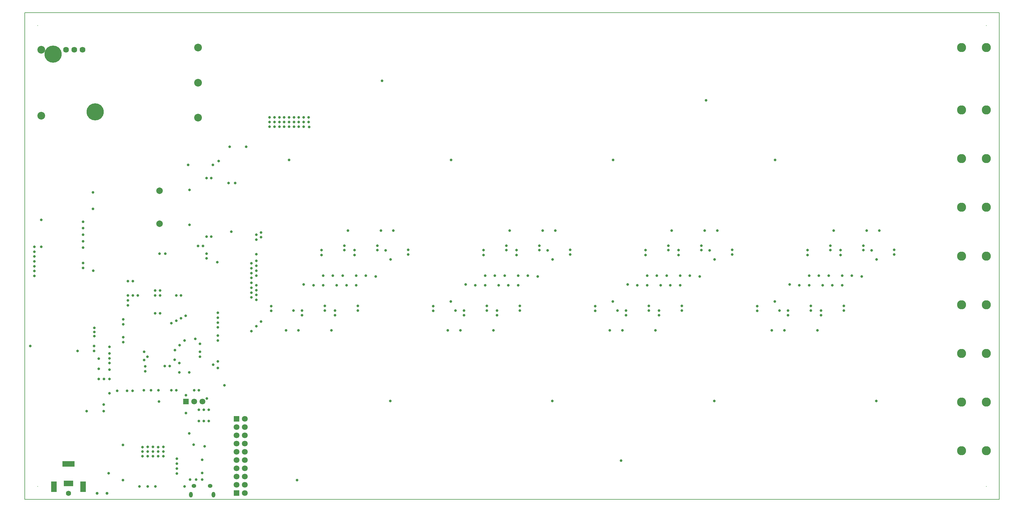
<source format=gbs>
G04*
G04 #@! TF.GenerationSoftware,Altium Limited,Altium Designer,24.3.1 (35)*
G04*
G04 Layer_Color=16711935*
%FSLAX44Y44*%
%MOMM*%
G71*
G04*
G04 #@! TF.SameCoordinates,92BC9782-8992-42D9-9517-A00A7AE7D45C*
G04*
G04*
G04 #@! TF.FilePolarity,Negative*
G04*
G01*
G75*
%ADD11C,0.2000*%
%ADD169C,2.8032*%
%ADD170C,0.2032*%
%ADD171O,1.1032X1.7532*%
%ADD172O,1.4532X1.1532*%
%ADD173R,1.8032X1.8032*%
%ADD174C,1.8032*%
%ADD175R,1.8032X1.8032*%
%ADD176C,2.0032*%
%ADD177C,2.3832*%
%ADD178C,5.2832*%
%ADD179C,1.7832*%
%ADD180C,0.9000*%
%ADD181R,1.7032X3.2032*%
%ADD182C,1.6032*%
%ADD183R,3.7032X1.7032*%
%ADD184R,3.0032X1.7032*%
%ADD185C,0.8032*%
D11*
X0Y0D02*
Y1500000D01*
X3000000D01*
Y0D02*
Y1500000D01*
X0Y0D02*
X3000000D01*
D169*
X2960000Y1200000D02*
D03*
X2884000D02*
D03*
X2960000Y1050000D02*
D03*
X2884000D02*
D03*
X2960000Y900000D02*
D03*
X2884000D02*
D03*
X2960000Y750000D02*
D03*
X2884000D02*
D03*
X2960000Y600000D02*
D03*
X2884000D02*
D03*
X2960000Y450000D02*
D03*
X2884000D02*
D03*
X2960000Y300000D02*
D03*
X2884000D02*
D03*
X2960000Y150000D02*
D03*
X2884000D02*
D03*
X2960000Y1392100D02*
D03*
X2884000D02*
D03*
D170*
X2960000Y40000D02*
D03*
X40000D02*
D03*
Y1460000D02*
D03*
X2960000D02*
D03*
D171*
X511200Y14500D02*
D03*
X581200D02*
D03*
D172*
X521200Y41500D02*
D03*
X571200D02*
D03*
D173*
X652140Y20000D02*
D03*
Y248600D02*
D03*
D174*
X677540Y20000D02*
D03*
X652140Y45400D02*
D03*
X677540D02*
D03*
X652140Y70800D02*
D03*
X677540D02*
D03*
X652140Y96200D02*
D03*
X677540D02*
D03*
X652140Y121600D02*
D03*
X677540D02*
D03*
X652140Y147000D02*
D03*
Y172400D02*
D03*
Y197800D02*
D03*
Y223200D02*
D03*
X677540Y147000D02*
D03*
Y172400D02*
D03*
Y197800D02*
D03*
Y223200D02*
D03*
Y248600D02*
D03*
X547130Y301520D02*
D03*
X521730D02*
D03*
D175*
X496330D02*
D03*
D176*
X415430Y950840D02*
D03*
Y849240D02*
D03*
D177*
X50930Y1182200D02*
D03*
X533530Y1284200D02*
D03*
Y1176200D02*
D03*
X50930Y1385400D02*
D03*
X533530Y1392100D02*
D03*
D178*
X217160Y1194200D02*
D03*
X86930Y1372000D02*
D03*
D179*
X177930Y1385400D02*
D03*
X152530D02*
D03*
X127130D02*
D03*
D180*
X223000Y19000D02*
D03*
X253000D02*
D03*
D181*
X90000Y39250D02*
D03*
X180000D02*
D03*
D182*
X135000Y19250D02*
D03*
D183*
Y109250D02*
D03*
D184*
Y49250D02*
D03*
D185*
X378550Y39900D02*
D03*
X412940Y301520D02*
D03*
X1810040Y610210D02*
D03*
X509200Y61500D02*
D03*
X520080Y168530D02*
D03*
X712740Y615000D02*
D03*
Y630000D02*
D03*
Y645000D02*
D03*
Y660000D02*
D03*
Y690000D02*
D03*
Y705000D02*
D03*
Y720000D02*
D03*
Y735000D02*
D03*
X362580Y133670D02*
D03*
Y147880D02*
D03*
Y161550D02*
D03*
X410490Y133670D02*
D03*
Y147880D02*
D03*
Y161550D02*
D03*
X378550Y162100D02*
D03*
Y133670D02*
D03*
X315450Y334990D02*
D03*
X492160Y39900D02*
D03*
X594830Y560020D02*
D03*
Y575020D02*
D03*
Y405020D02*
D03*
X579830Y415020D02*
D03*
X594830Y425020D02*
D03*
X496330Y266200D02*
D03*
X536330Y241280D02*
D03*
X506200Y203905D02*
D03*
X536330Y276520D02*
D03*
X551330D02*
D03*
X546200Y122400D02*
D03*
X566330Y276520D02*
D03*
X546200Y81400D02*
D03*
X521330Y336520D02*
D03*
X553830Y163530D02*
D03*
X468260Y95300D02*
D03*
X402560Y39900D02*
D03*
X546200Y61500D02*
D03*
X367830Y455020D02*
D03*
X431330Y410670D02*
D03*
X371330Y395020D02*
D03*
X446330Y410670D02*
D03*
X476330Y391520D02*
D03*
X506330D02*
D03*
X476330Y420670D02*
D03*
X461330Y430670D02*
D03*
X371330Y410020D02*
D03*
X317830Y598520D02*
D03*
X495340Y566020D02*
D03*
X481330Y558520D02*
D03*
X466330Y551020D02*
D03*
X214070Y503400D02*
D03*
Y528800D02*
D03*
X179550Y713550D02*
D03*
X394520Y133670D02*
D03*
Y147880D02*
D03*
Y162100D02*
D03*
X597150Y1042850D02*
D03*
X873760Y1162660D02*
D03*
X858760D02*
D03*
X843760D02*
D03*
X828760D02*
D03*
X813760D02*
D03*
X798760D02*
D03*
X783760D02*
D03*
X768760D02*
D03*
X753760D02*
D03*
X843760Y1177660D02*
D03*
X828760D02*
D03*
X873760D02*
D03*
X858760D02*
D03*
X813760D02*
D03*
X798760D02*
D03*
X783760D02*
D03*
X768760D02*
D03*
X753760D02*
D03*
X432940Y757000D02*
D03*
X415430D02*
D03*
X533530Y781070D02*
D03*
X548770D02*
D03*
X574200Y990020D02*
D03*
X560200D02*
D03*
X627470Y975020D02*
D03*
X712740Y756000D02*
D03*
X681650Y1086880D02*
D03*
X190240Y272270D02*
D03*
X243320D02*
D03*
Y292270D02*
D03*
X758760Y581210D02*
D03*
Y595210D02*
D03*
X697740Y518460D02*
D03*
X712740Y533460D02*
D03*
X2093441Y828540D02*
D03*
X1991841D02*
D03*
X2132321Y828730D02*
D03*
X1594801Y828540D02*
D03*
X1493201D02*
D03*
X2592081D02*
D03*
X1096161D02*
D03*
X2490481D02*
D03*
X994561D02*
D03*
X1135041Y828730D02*
D03*
X1633681D02*
D03*
X712740Y815723D02*
D03*
X260780Y400020D02*
D03*
Y470020D02*
D03*
Y435020D02*
D03*
Y450020D02*
D03*
Y420020D02*
D03*
Y371360D02*
D03*
X228000Y402610D02*
D03*
Y434110D02*
D03*
X594830Y490020D02*
D03*
Y505020D02*
D03*
X332830Y672520D02*
D03*
X317830D02*
D03*
X347830Y628520D02*
D03*
X401330Y573520D02*
D03*
X416330D02*
D03*
X451330Y543520D02*
D03*
X210640Y704550D02*
D03*
X507100Y846190D02*
D03*
X574200Y810070D02*
D03*
X503290Y1031150D02*
D03*
X579010D02*
D03*
X647630Y975020D02*
D03*
X593120Y730950D02*
D03*
X302750Y168150D02*
D03*
X258500Y81000D02*
D03*
X302350Y60000D02*
D03*
X353550Y39900D02*
D03*
X30000Y688550D02*
D03*
X179550Y775700D02*
D03*
X260780Y326870D02*
D03*
X284830Y334990D02*
D03*
X2082640Y768240D02*
D03*
X923760Y581660D02*
D03*
Y596660D02*
D03*
X1180361Y754790D02*
D03*
X1015361Y753340D02*
D03*
Y768340D02*
D03*
X918761Y690000D02*
D03*
X1080361Y687180D02*
D03*
X813760Y1046240D02*
D03*
X1020361Y690000D02*
D03*
X948761D02*
D03*
X978761D02*
D03*
X913761Y753340D02*
D03*
Y768340D02*
D03*
X1085361Y768240D02*
D03*
Y782240D02*
D03*
X983761D02*
D03*
Y768240D02*
D03*
X1126360Y739790D02*
D03*
X1111361Y767790D02*
D03*
X1180361Y768790D02*
D03*
X1050361Y690000D02*
D03*
X1514001Y753340D02*
D03*
Y768340D02*
D03*
X1417401Y690000D02*
D03*
X1579001Y687180D02*
D03*
X1312400Y1046240D02*
D03*
X1519001Y690000D02*
D03*
X1447401D02*
D03*
X1477401D02*
D03*
X1412401Y753340D02*
D03*
Y768340D02*
D03*
X1584001Y768240D02*
D03*
Y782240D02*
D03*
X1482401D02*
D03*
Y768240D02*
D03*
X1625000Y739790D02*
D03*
X1610001Y767790D02*
D03*
X1679001Y754790D02*
D03*
Y768790D02*
D03*
X1549001Y690000D02*
D03*
X1916041Y690000D02*
D03*
X1811040Y1046240D02*
D03*
X2077641Y687180D02*
D03*
X1976041Y690000D02*
D03*
X1911041Y753340D02*
D03*
Y768340D02*
D03*
X1946041Y690000D02*
D03*
X2047641D02*
D03*
X2012641Y753340D02*
D03*
Y768340D02*
D03*
X2017641Y690000D02*
D03*
X2082641Y782240D02*
D03*
X1981041D02*
D03*
Y768240D02*
D03*
X2123640Y739790D02*
D03*
X2108641Y767790D02*
D03*
X2177641Y754790D02*
D03*
Y768790D02*
D03*
X2479680Y768240D02*
D03*
X2630961Y828540D02*
D03*
X2676281Y754790D02*
D03*
Y768790D02*
D03*
X2576281Y687180D02*
D03*
X2516281Y690000D02*
D03*
X2546281D02*
D03*
X2511281Y753340D02*
D03*
Y768340D02*
D03*
X2414680Y690000D02*
D03*
X2409680Y753340D02*
D03*
Y768340D02*
D03*
X2474680Y690000D02*
D03*
X2444680D02*
D03*
X2479680Y782240D02*
D03*
X2581281Y768240D02*
D03*
Y782240D02*
D03*
X2622280Y739790D02*
D03*
X2607281Y767790D02*
D03*
X2309680Y1046240D02*
D03*
X2419680Y581660D02*
D03*
Y596660D02*
D03*
X2521279Y581660D02*
D03*
Y596660D02*
D03*
X2486279Y660000D02*
D03*
X2516279D02*
D03*
X2440479Y521460D02*
D03*
X2456279Y660000D02*
D03*
X2354680Y662820D02*
D03*
X2414680Y660000D02*
D03*
X2384680D02*
D03*
X2299999Y521460D02*
D03*
X2338879D02*
D03*
X2349680Y567760D02*
D03*
Y581760D02*
D03*
X2621280Y303760D02*
D03*
X2451279Y581760D02*
D03*
Y567760D02*
D03*
X2308680Y610210D02*
D03*
X2323680Y582210D02*
D03*
X2254680Y581210D02*
D03*
Y595210D02*
D03*
X1921040Y581660D02*
D03*
Y596660D02*
D03*
X2022640Y581660D02*
D03*
Y596660D02*
D03*
X1987640Y660000D02*
D03*
X2017640D02*
D03*
X1941839Y521460D02*
D03*
X1957640Y660000D02*
D03*
X1856040Y662820D02*
D03*
X1916040Y660000D02*
D03*
X1886040D02*
D03*
X1801360Y521460D02*
D03*
X1840240D02*
D03*
X1851040Y567760D02*
D03*
Y581760D02*
D03*
X2122640Y303760D02*
D03*
X1952640Y581760D02*
D03*
Y567760D02*
D03*
X1825040Y582210D02*
D03*
X1756040Y581210D02*
D03*
Y595210D02*
D03*
X1257400D02*
D03*
Y581210D02*
D03*
X1311400Y610210D02*
D03*
X1443199Y521460D02*
D03*
X1624000Y303760D02*
D03*
X1523999Y581660D02*
D03*
Y596660D02*
D03*
X1302719Y521460D02*
D03*
X1341599D02*
D03*
X1453999Y581760D02*
D03*
Y567760D02*
D03*
X1352399Y581760D02*
D03*
Y567760D02*
D03*
X1422399Y596660D02*
D03*
Y581660D02*
D03*
X1417399Y660000D02*
D03*
X1387399D02*
D03*
X1326399Y582210D02*
D03*
X1488999Y660000D02*
D03*
X1518999D02*
D03*
X1458999D02*
D03*
X1357399Y662820D02*
D03*
X955360Y567760D02*
D03*
X853760D02*
D03*
X804080Y521460D02*
D03*
X842960D02*
D03*
X827760Y582210D02*
D03*
X853760Y581760D02*
D03*
X955360D02*
D03*
X944560Y521460D02*
D03*
X918760Y660000D02*
D03*
X888760D02*
D03*
X858760Y662820D02*
D03*
X990360Y660000D02*
D03*
X960360D02*
D03*
X1125360Y303760D02*
D03*
X1020360Y660000D02*
D03*
X1025360Y581660D02*
D03*
Y596660D02*
D03*
X539830Y455020D02*
D03*
Y440020D02*
D03*
X492140Y490020D02*
D03*
X559560Y757000D02*
D03*
Y743000D02*
D03*
X636150Y825070D02*
D03*
X727740Y548460D02*
D03*
X843760Y1148740D02*
D03*
X858760D02*
D03*
X753760D02*
D03*
X768760D02*
D03*
X783760D02*
D03*
X798760D02*
D03*
X813760D02*
D03*
X828760D02*
D03*
X697740Y622500D02*
D03*
X228000Y371360D02*
D03*
X631330Y1086880D02*
D03*
X875180Y1147660D02*
D03*
X727740Y822730D02*
D03*
X697740Y697500D02*
D03*
Y727500D02*
D03*
Y712500D02*
D03*
Y682500D02*
D03*
X727740Y807730D02*
D03*
X712740Y800230D02*
D03*
X697740Y652500D02*
D03*
X594830Y530020D02*
D03*
Y545020D02*
D03*
X1836040Y120000D02*
D03*
X838760Y60000D02*
D03*
X1100360Y1290000D02*
D03*
X2097640Y1230000D02*
D03*
X507100Y953890D02*
D03*
X560200Y810070D02*
D03*
X214070Y516100D02*
D03*
X213500Y473110D02*
D03*
Y457360D02*
D03*
X317830Y628520D02*
D03*
X367830Y430020D02*
D03*
X377830Y440020D02*
D03*
X317830Y613520D02*
D03*
X244390Y371360D02*
D03*
X50930Y778550D02*
D03*
X332830Y628520D02*
D03*
X378550Y147885D02*
D03*
X426460Y162100D02*
D03*
Y147880D02*
D03*
Y133670D02*
D03*
X179550Y795700D02*
D03*
Y815700D02*
D03*
Y835700D02*
D03*
Y855700D02*
D03*
X209700Y895700D02*
D03*
Y945700D02*
D03*
X30000Y778550D02*
D03*
Y703550D02*
D03*
Y718550D02*
D03*
Y733550D02*
D03*
Y748550D02*
D03*
Y763550D02*
D03*
X331830Y334990D02*
D03*
X451330Y336520D02*
D03*
X466330D02*
D03*
X366330D02*
D03*
X560780Y311520D02*
D03*
X614780Y351520D02*
D03*
X539830Y480020D02*
D03*
X697740Y637500D02*
D03*
Y667500D02*
D03*
X524830Y495020D02*
D03*
X466330Y628520D02*
D03*
X481330D02*
D03*
X401330Y643520D02*
D03*
X416330Y628520D02*
D03*
X401330D02*
D03*
X416330Y643520D02*
D03*
X302830Y555020D02*
D03*
Y540020D02*
D03*
Y500020D02*
D03*
Y485020D02*
D03*
X496330Y321520D02*
D03*
X477140Y475020D02*
D03*
X462140Y460020D02*
D03*
X527700Y61500D02*
D03*
X551330Y241280D02*
D03*
X566330D02*
D03*
X468260Y125300D02*
D03*
X50930Y861360D02*
D03*
X179550Y728550D02*
D03*
X162500Y457360D02*
D03*
X16750Y473110D02*
D03*
X468260Y80300D02*
D03*
Y110300D02*
D03*
X536330Y336520D02*
D03*
X388830D02*
D03*
X411330D02*
D03*
M02*

</source>
